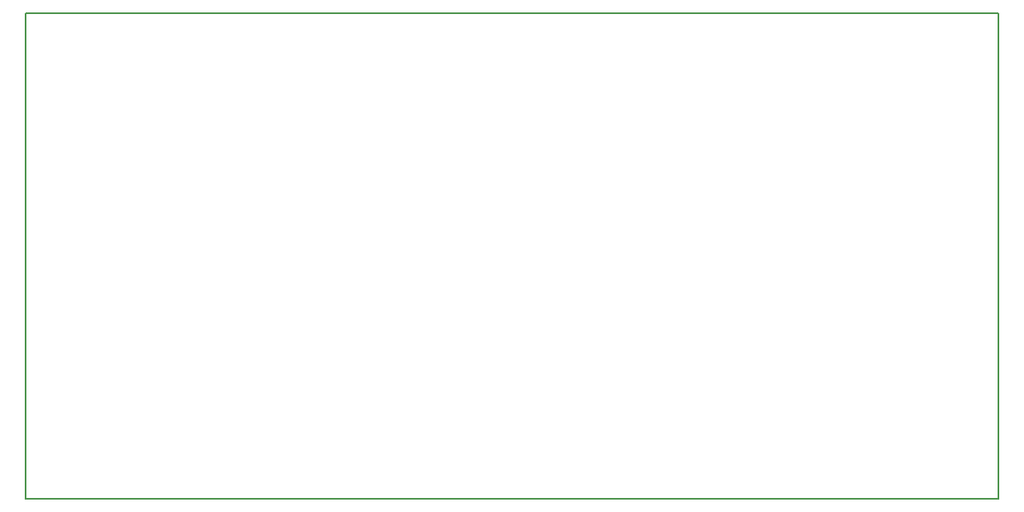
<source format=gm1>
G04 MADE WITH FRITZING*
G04 WWW.FRITZING.ORG*
G04 DOUBLE SIDED*
G04 HOLES PLATED*
G04 CONTOUR ON CENTER OF CONTOUR VECTOR*
%ASAXBY*%
%FSLAX23Y23*%
%MOIN*%
%OFA0B0*%
%SFA1.0B1.0*%
%ADD10R,3.937010X1.968500*%
%ADD11C,0.008000*%
%ADD10C,0.008*%
%LNCONTOUR*%
G90*
G70*
G54D10*
G54D11*
X4Y1965D02*
X3933Y1965D01*
X3933Y4D01*
X4Y4D01*
X4Y1965D01*
D02*
G04 End of contour*
M02*
</source>
